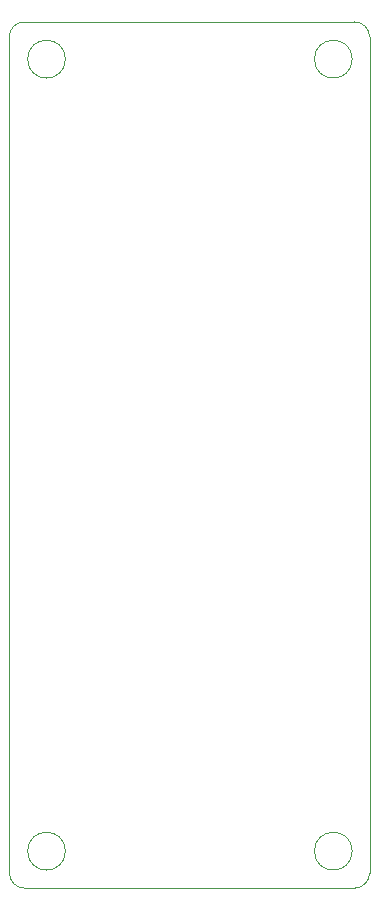
<source format=gbr>
%TF.GenerationSoftware,KiCad,Pcbnew,8.0.6*%
%TF.CreationDate,2025-02-26T18:57:19-07:00*%
%TF.ProjectId,Temperature Sensor,54656d70-6572-4617-9475-72652053656e,rev?*%
%TF.SameCoordinates,Original*%
%TF.FileFunction,Profile,NP*%
%FSLAX46Y46*%
G04 Gerber Fmt 4.6, Leading zero omitted, Abs format (unit mm)*
G04 Created by KiCad (PCBNEW 8.0.6) date 2025-02-26 18:57:19*
%MOMM*%
%LPD*%
G01*
G04 APERTURE LIST*
%TA.AperFunction,Profile*%
%ADD10C,0.050000*%
%TD*%
G04 APERTURE END LIST*
D10*
X158480000Y-59728026D02*
G75*
G02*
X159749974Y-60998026I0J-1269974D01*
G01*
X133998800Y-62883600D02*
G75*
G02*
X130798800Y-62883600I-1600000J0D01*
G01*
X130798800Y-62883600D02*
G75*
G02*
X133998800Y-62883600I1600000J0D01*
G01*
X129250000Y-60998026D02*
G75*
G02*
X130520000Y-59728000I1270000J26D01*
G01*
X159750000Y-60998026D02*
X159750000Y-61190000D01*
X130660000Y-59728026D02*
X158480000Y-59728026D01*
X158281200Y-62883600D02*
G75*
G02*
X155081200Y-62883600I-1600000J0D01*
G01*
X155081200Y-62883600D02*
G75*
G02*
X158281200Y-62883600I1600000J0D01*
G01*
X130520000Y-133064000D02*
X158250000Y-133064000D01*
X130520000Y-59728026D02*
X130660000Y-59728026D01*
X159750000Y-131794000D02*
X159750000Y-61190000D01*
X129250000Y-61000000D02*
X129250000Y-131794000D01*
X159750000Y-131794000D02*
G75*
G02*
X158480000Y-133064000I-1270000J0D01*
G01*
X130520000Y-133064000D02*
G75*
G02*
X129250000Y-131794000I0J1270000D01*
G01*
X133998800Y-129939600D02*
G75*
G02*
X130798800Y-129939600I-1600000J0D01*
G01*
X130798800Y-129939600D02*
G75*
G02*
X133998800Y-129939600I1600000J0D01*
G01*
X158281200Y-129939600D02*
G75*
G02*
X155081200Y-129939600I-1600000J0D01*
G01*
X155081200Y-129939600D02*
G75*
G02*
X158281200Y-129939600I1600000J0D01*
G01*
X158480000Y-133064000D02*
X158250000Y-133064000D01*
M02*

</source>
